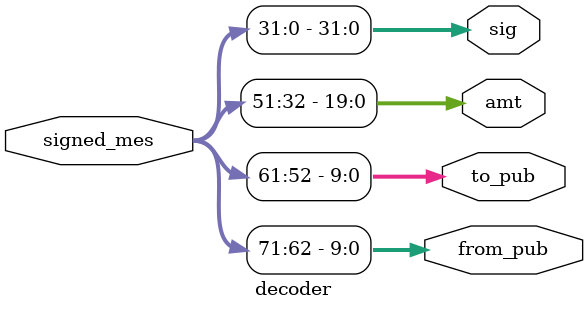
<source format=v>

module decoder(
    input  [71:0]  signed_mes,
    output [9:0]   from_pub,
    output [9:0]   to_pub,
    output [19:0]  amt,
    output [31:0]  sig
);

assign from_pub = signed_mes[71:62];
assign to_pub   = signed_mes[61:52];
assign amt      = signed_mes[51:32];
assign sig      = signed_mes[31:0];

endmodule
</source>
